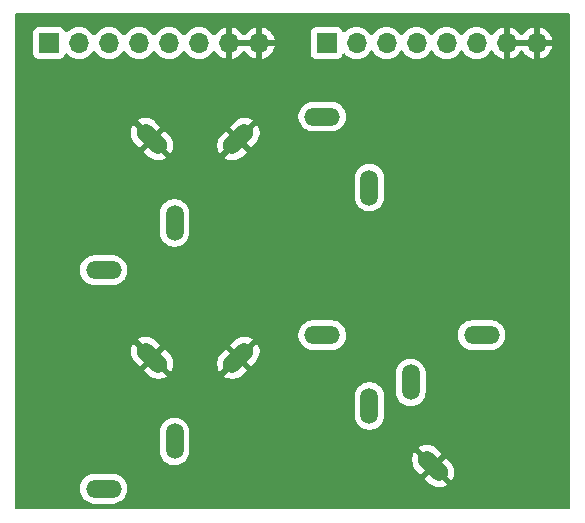
<source format=gtl>
%TF.GenerationSoftware,KiCad,Pcbnew,8.0.5*%
%TF.CreationDate,2024-12-03T21:43:17+01:00*%
%TF.ProjectId,DMH_Mixer_PCB_Conn,444d485f-4d69-4786-9572-5f5043425f43,1*%
%TF.SameCoordinates,Original*%
%TF.FileFunction,Copper,L1,Top*%
%TF.FilePolarity,Positive*%
%FSLAX46Y46*%
G04 Gerber Fmt 4.6, Leading zero omitted, Abs format (unit mm)*
G04 Created by KiCad (PCBNEW 8.0.5) date 2024-12-03 21:43:17*
%MOMM*%
%LPD*%
G01*
G04 APERTURE LIST*
G04 Aperture macros list*
%AMHorizOval*
0 Thick line with rounded ends*
0 $1 width*
0 $2 $3 position (X,Y) of the first rounded end (center of the circle)*
0 $4 $5 position (X,Y) of the second rounded end (center of the circle)*
0 Add line between two ends*
20,1,$1,$2,$3,$4,$5,0*
0 Add two circle primitives to create the rounded ends*
1,1,$1,$2,$3*
1,1,$1,$4,$5*%
G04 Aperture macros list end*
%TA.AperFunction,ComponentPad*%
%ADD10R,1.700000X1.700000*%
%TD*%
%TA.AperFunction,ComponentPad*%
%ADD11O,1.700000X1.700000*%
%TD*%
%TA.AperFunction,ComponentPad*%
%ADD12HorizOval,1.508000X-0.533159X-0.533159X0.533159X0.533159X0*%
%TD*%
%TA.AperFunction,ComponentPad*%
%ADD13O,1.508000X3.016000*%
%TD*%
%TA.AperFunction,ComponentPad*%
%ADD14O,3.016000X1.508000*%
%TD*%
%TA.AperFunction,ComponentPad*%
%ADD15HorizOval,1.508000X-0.533159X0.533159X0.533159X-0.533159X0*%
%TD*%
%TA.AperFunction,Conductor*%
%ADD16C,0.200000*%
%TD*%
G04 APERTURE END LIST*
D10*
%TO.P,J50,1,Pin_1*%
%TO.N,/Inputs and Outputs/Input 1 Jack*%
X77875000Y-177500000D03*
D11*
%TO.P,J50,2,Pin_2*%
%TO.N,/Inputs and Outputs/Input 2 Jack*%
X80415000Y-177500000D03*
%TO.P,J50,3,Pin_3*%
%TO.N,/Inputs and Outputs/Input 3 Jack*%
X82955000Y-177500000D03*
%TO.P,J50,4,Pin_4*%
%TO.N,/Inputs and Outputs/Input 4 Jack*%
X85495000Y-177500000D03*
%TO.P,J50,5,Pin_5*%
%TO.N,/Inputs and Outputs/Output Jack*%
X88035000Y-177500000D03*
%TO.P,J50,6,Pin_6*%
%TO.N,unconnected-(J50-Pin_6-Pad6)*%
X90575000Y-177500000D03*
%TO.P,J50,7,Pin_7*%
%TO.N,GND*%
X93115000Y-177500000D03*
%TO.P,J50,8,Pin_8*%
X95655000Y-177500000D03*
%TD*%
D12*
%TO.P,J4,S*%
%TO.N,GND*%
X70403810Y-204153810D03*
D13*
%TO.P,J4,T*%
%TO.N,/Inputs and Outputs/Input 4 Jack*%
X81500000Y-208250000D03*
D14*
%TO.P,J4,TN*%
%TO.N,Net-(J60-Pin_4)*%
X77500000Y-202250000D03*
%TD*%
D10*
%TO.P,J60,1,Pin_1*%
%TO.N,Net-(J60-Pin_1)*%
X54380000Y-177500000D03*
D11*
%TO.P,J60,2,Pin_2*%
%TO.N,Net-(J60-Pin_2)*%
X56920000Y-177500000D03*
%TO.P,J60,3,Pin_3*%
%TO.N,Net-(J60-Pin_3)*%
X59460000Y-177500000D03*
%TO.P,J60,4,Pin_4*%
%TO.N,Net-(J60-Pin_4)*%
X62000000Y-177500000D03*
%TO.P,J60,5,Pin_5*%
%TO.N,Net-(J60-Pin_5)*%
X64540000Y-177500000D03*
%TO.P,J60,6,Pin_6*%
%TO.N,unconnected-(J60-Pin_6-Pad6)*%
X67080000Y-177500000D03*
%TO.P,J60,7,Pin_7*%
%TO.N,GND*%
X69620000Y-177500000D03*
%TO.P,J60,8,Pin_8*%
X72160000Y-177500000D03*
%TD*%
D12*
%TO.P,J2,S*%
%TO.N,GND*%
X70403810Y-185653810D03*
D13*
%TO.P,J2,T*%
%TO.N,/Inputs and Outputs/Input 2 Jack*%
X81500000Y-189750000D03*
D14*
%TO.P,J2,TN*%
%TO.N,Net-(J60-Pin_2)*%
X77500000Y-183750000D03*
%TD*%
D15*
%TO.P,J1,S*%
%TO.N,GND*%
X63096190Y-185653810D03*
D14*
%TO.P,J1,T*%
%TO.N,/Inputs and Outputs/Input 1 Jack*%
X59000000Y-196750000D03*
D13*
%TO.P,J1,TN*%
%TO.N,Net-(J60-Pin_1)*%
X65000000Y-192750000D03*
%TD*%
D15*
%TO.P,J3,S*%
%TO.N,GND*%
X63096190Y-204153810D03*
D14*
%TO.P,J3,T*%
%TO.N,/Inputs and Outputs/Input 3 Jack*%
X59000000Y-215250000D03*
D13*
%TO.P,J3,TN*%
%TO.N,Net-(J60-Pin_3)*%
X65000000Y-211250000D03*
%TD*%
D15*
%TO.P,J5,S*%
%TO.N,GND*%
X86903810Y-213346190D03*
D14*
%TO.P,J5,T*%
%TO.N,/Inputs and Outputs/Output Jack*%
X91000000Y-202250000D03*
D13*
%TO.P,J5,TN*%
%TO.N,Net-(J60-Pin_5)*%
X85000000Y-206250000D03*
%TD*%
D16*
%TO.N,/Inputs and Outputs/Input 2 Jack*%
X80500000Y-177415000D02*
X80415000Y-177500000D01*
%TO.N,/Inputs and Outputs/Output Jack*%
X88310000Y-177500000D02*
X88035000Y-177500000D01*
%TO.N,/Inputs and Outputs/Input 4 Jack*%
X85495000Y-177065000D02*
X85495000Y-177500000D01*
%TD*%
%TA.AperFunction,Conductor*%
%TO.N,GND*%
G36*
X71694075Y-177307007D02*
G01*
X71660000Y-177434174D01*
X71660000Y-177565826D01*
X71694075Y-177692993D01*
X71726988Y-177750000D01*
X70053012Y-177750000D01*
X70085925Y-177692993D01*
X70120000Y-177565826D01*
X70120000Y-177434174D01*
X70085925Y-177307007D01*
X70053012Y-177250000D01*
X71726988Y-177250000D01*
X71694075Y-177307007D01*
G37*
%TD.AperFunction*%
%TA.AperFunction,Conductor*%
G36*
X95189075Y-177307007D02*
G01*
X95155000Y-177434174D01*
X95155000Y-177565826D01*
X95189075Y-177692993D01*
X95221988Y-177750000D01*
X93548012Y-177750000D01*
X93580925Y-177692993D01*
X93615000Y-177565826D01*
X93615000Y-177434174D01*
X93580925Y-177307007D01*
X93548012Y-177250000D01*
X95221988Y-177250000D01*
X95189075Y-177307007D01*
G37*
%TD.AperFunction*%
%TA.AperFunction,Conductor*%
G36*
X98442539Y-175020185D02*
G01*
X98488294Y-175072989D01*
X98499500Y-175124500D01*
X98499500Y-216875500D01*
X98479815Y-216942539D01*
X98427011Y-216988294D01*
X98375500Y-216999500D01*
X51624500Y-216999500D01*
X51557461Y-216979815D01*
X51511706Y-216927011D01*
X51500500Y-216875500D01*
X51500500Y-215151263D01*
X56991500Y-215151263D01*
X56991500Y-215348736D01*
X57022389Y-215543763D01*
X57083408Y-215731558D01*
X57083409Y-215731561D01*
X57173056Y-215907501D01*
X57173058Y-215907504D01*
X57289115Y-216067246D01*
X57428753Y-216206884D01*
X57578234Y-216315486D01*
X57588499Y-216322944D01*
X57764439Y-216412591D01*
X57889637Y-216453270D01*
X57952236Y-216473610D01*
X58147264Y-216504500D01*
X58147269Y-216504500D01*
X59852736Y-216504500D01*
X60047763Y-216473610D01*
X60235561Y-216412591D01*
X60411501Y-216322944D01*
X60501192Y-216257779D01*
X60571246Y-216206884D01*
X60571248Y-216206881D01*
X60571252Y-216206879D01*
X60710879Y-216067252D01*
X60710881Y-216067248D01*
X60710884Y-216067246D01*
X60761779Y-215997192D01*
X60826944Y-215907501D01*
X60916591Y-215731561D01*
X60977610Y-215543763D01*
X61008500Y-215348736D01*
X61008500Y-215151263D01*
X60977610Y-214956236D01*
X60957270Y-214893637D01*
X60916591Y-214768439D01*
X60826944Y-214592499D01*
X60786324Y-214536590D01*
X60710884Y-214432753D01*
X60571246Y-214293115D01*
X60411504Y-214177058D01*
X60411503Y-214177057D01*
X60411501Y-214177056D01*
X60235561Y-214087409D01*
X60235558Y-214087408D01*
X60047763Y-214026389D01*
X59852736Y-213995500D01*
X59852731Y-213995500D01*
X58147269Y-213995500D01*
X58147264Y-213995500D01*
X57952236Y-214026389D01*
X57764441Y-214087408D01*
X57588495Y-214177058D01*
X57428753Y-214293115D01*
X57289115Y-214432753D01*
X57173058Y-214592495D01*
X57083408Y-214768441D01*
X57022389Y-214956236D01*
X56991500Y-215151263D01*
X51500500Y-215151263D01*
X51500500Y-210397263D01*
X63745500Y-210397263D01*
X63745500Y-212102736D01*
X63776389Y-212297763D01*
X63837408Y-212485558D01*
X63837409Y-212485561D01*
X63914192Y-212636254D01*
X63927058Y-212661504D01*
X64043115Y-212821246D01*
X64182753Y-212960884D01*
X64322507Y-213062419D01*
X64342499Y-213076944D01*
X64518439Y-213166591D01*
X64643637Y-213207270D01*
X64706236Y-213227610D01*
X64901264Y-213258500D01*
X64901269Y-213258500D01*
X65098736Y-213258500D01*
X65293763Y-213227610D01*
X65310690Y-213222110D01*
X65481561Y-213166591D01*
X65657501Y-213076944D01*
X65773542Y-212992636D01*
X65817246Y-212960884D01*
X65817248Y-212960881D01*
X65817252Y-212960879D01*
X65956879Y-212821252D01*
X65956881Y-212821248D01*
X65956884Y-212821246D01*
X66007779Y-212751192D01*
X66034555Y-212714339D01*
X85116651Y-212714339D01*
X85116651Y-212911722D01*
X85147529Y-213106678D01*
X85208521Y-213294397D01*
X85208522Y-213294400D01*
X85298133Y-213470270D01*
X85414155Y-213629958D01*
X85414155Y-213629959D01*
X85840321Y-214056125D01*
X86373480Y-213522966D01*
X86727033Y-213876519D01*
X86193875Y-214409678D01*
X86620040Y-214835843D01*
X86779730Y-214951865D01*
X86779736Y-214951869D01*
X86955598Y-215041477D01*
X86955604Y-215041479D01*
X87143320Y-215102470D01*
X87143319Y-215102470D01*
X87338277Y-215133349D01*
X87535660Y-215133349D01*
X87730616Y-215102470D01*
X87918335Y-215041478D01*
X87918338Y-215041477D01*
X88094210Y-214951865D01*
X88129957Y-214925892D01*
X88129957Y-214925890D01*
X87563549Y-214359482D01*
X87627132Y-214342446D01*
X87741148Y-214276620D01*
X87834240Y-214183528D01*
X87900066Y-214069512D01*
X87917102Y-214005929D01*
X88483510Y-214572337D01*
X88483512Y-214572337D01*
X88509485Y-214536590D01*
X88599097Y-214360718D01*
X88599098Y-214360715D01*
X88660090Y-214172996D01*
X88690969Y-213978040D01*
X88690969Y-213780656D01*
X88660090Y-213585699D01*
X88599099Y-213397984D01*
X88599097Y-213397978D01*
X88509489Y-213222116D01*
X88509485Y-213222110D01*
X88393463Y-213062421D01*
X88393462Y-213062419D01*
X87967299Y-212636254D01*
X87967297Y-212636254D01*
X87434139Y-213169412D01*
X87080585Y-212815859D01*
X87613745Y-212282701D01*
X87187579Y-211856535D01*
X87027890Y-211740513D01*
X86852020Y-211650902D01*
X86852017Y-211650901D01*
X86664298Y-211589909D01*
X86469342Y-211559031D01*
X86271960Y-211559031D01*
X86077003Y-211589909D01*
X85889284Y-211650901D01*
X85889281Y-211650902D01*
X85713409Y-211740514D01*
X85677660Y-211766486D01*
X85677659Y-211766487D01*
X86244070Y-212332898D01*
X86180488Y-212349935D01*
X86066473Y-212415761D01*
X85973381Y-212508853D01*
X85907555Y-212622868D01*
X85890518Y-212686450D01*
X85324107Y-212120039D01*
X85324106Y-212120040D01*
X85298134Y-212155789D01*
X85208522Y-212331661D01*
X85208521Y-212331664D01*
X85147529Y-212519383D01*
X85116651Y-212714339D01*
X66034555Y-212714339D01*
X66072944Y-212661501D01*
X66162591Y-212485561D01*
X66223610Y-212297763D01*
X66225996Y-212282701D01*
X66254500Y-212102736D01*
X66254500Y-210397263D01*
X66223610Y-210202236D01*
X66182899Y-210076941D01*
X66162591Y-210014439D01*
X66072944Y-209838499D01*
X66060409Y-209821246D01*
X65956884Y-209678753D01*
X65817246Y-209539115D01*
X65657504Y-209423058D01*
X65657503Y-209423057D01*
X65657501Y-209423056D01*
X65481561Y-209333409D01*
X65481558Y-209333408D01*
X65293763Y-209272389D01*
X65098736Y-209241500D01*
X65098731Y-209241500D01*
X64901269Y-209241500D01*
X64901264Y-209241500D01*
X64706236Y-209272389D01*
X64518441Y-209333408D01*
X64342495Y-209423058D01*
X64182753Y-209539115D01*
X64043115Y-209678753D01*
X63927058Y-209838495D01*
X63837408Y-210014441D01*
X63776389Y-210202236D01*
X63745500Y-210397263D01*
X51500500Y-210397263D01*
X51500500Y-207397263D01*
X80245500Y-207397263D01*
X80245500Y-209102736D01*
X80276389Y-209297763D01*
X80337408Y-209485558D01*
X80337409Y-209485561D01*
X80364700Y-209539121D01*
X80427058Y-209661504D01*
X80543115Y-209821246D01*
X80682753Y-209960884D01*
X80832234Y-210069486D01*
X80842499Y-210076944D01*
X81018439Y-210166591D01*
X81128144Y-210202236D01*
X81206236Y-210227610D01*
X81401264Y-210258500D01*
X81401269Y-210258500D01*
X81598736Y-210258500D01*
X81793763Y-210227610D01*
X81981561Y-210166591D01*
X82157501Y-210076944D01*
X82247192Y-210011779D01*
X82317246Y-209960884D01*
X82317248Y-209960881D01*
X82317252Y-209960879D01*
X82456879Y-209821252D01*
X82456881Y-209821248D01*
X82456884Y-209821246D01*
X82507779Y-209751192D01*
X82572944Y-209661501D01*
X82662591Y-209485561D01*
X82723610Y-209297763D01*
X82732521Y-209241500D01*
X82754500Y-209102736D01*
X82754500Y-207397263D01*
X82723610Y-207202236D01*
X82691280Y-207102736D01*
X82662591Y-207014439D01*
X82572944Y-206838499D01*
X82565486Y-206828234D01*
X82456884Y-206678753D01*
X82317246Y-206539115D01*
X82157504Y-206423058D01*
X82157503Y-206423057D01*
X82157501Y-206423056D01*
X81981561Y-206333409D01*
X81981558Y-206333408D01*
X81793763Y-206272389D01*
X81598736Y-206241500D01*
X81598731Y-206241500D01*
X81401269Y-206241500D01*
X81401264Y-206241500D01*
X81206236Y-206272389D01*
X81018441Y-206333408D01*
X80842495Y-206423058D01*
X80682753Y-206539115D01*
X80543115Y-206678753D01*
X80427058Y-206838495D01*
X80337408Y-207014441D01*
X80276389Y-207202236D01*
X80245500Y-207397263D01*
X51500500Y-207397263D01*
X51500500Y-203521959D01*
X61309031Y-203521959D01*
X61309031Y-203719342D01*
X61339909Y-203914298D01*
X61400901Y-204102017D01*
X61400902Y-204102020D01*
X61490513Y-204277890D01*
X61606535Y-204437578D01*
X61606535Y-204437579D01*
X62032701Y-204863745D01*
X62565860Y-204330586D01*
X62919413Y-204684139D01*
X62386255Y-205217298D01*
X62812420Y-205643463D01*
X62972110Y-205759485D01*
X62972116Y-205759489D01*
X63147978Y-205849097D01*
X63147984Y-205849099D01*
X63335700Y-205910090D01*
X63335699Y-205910090D01*
X63530657Y-205940969D01*
X63728040Y-205940969D01*
X63922996Y-205910090D01*
X64110715Y-205849098D01*
X64110718Y-205849097D01*
X64286590Y-205759485D01*
X64322337Y-205733512D01*
X64322337Y-205733510D01*
X63755929Y-205167102D01*
X63819512Y-205150066D01*
X63933528Y-205084240D01*
X64026620Y-204991148D01*
X64092446Y-204877132D01*
X64109482Y-204813549D01*
X64675890Y-205379957D01*
X64675892Y-205379957D01*
X64701865Y-205344210D01*
X64791477Y-205168338D01*
X64791478Y-205168335D01*
X64852470Y-204980616D01*
X64883349Y-204785660D01*
X64883349Y-204588277D01*
X68616651Y-204588277D01*
X68616651Y-204785660D01*
X68647529Y-204980616D01*
X68708521Y-205168335D01*
X68708522Y-205168338D01*
X68798134Y-205344210D01*
X68824106Y-205379958D01*
X68824107Y-205379958D01*
X69390517Y-204813548D01*
X69407555Y-204877132D01*
X69473381Y-204991147D01*
X69566473Y-205084239D01*
X69680488Y-205150065D01*
X69744069Y-205167101D01*
X69177660Y-205733510D01*
X69177660Y-205733511D01*
X69213415Y-205759488D01*
X69389281Y-205849097D01*
X69389284Y-205849098D01*
X69577003Y-205910090D01*
X69771960Y-205940969D01*
X69969342Y-205940969D01*
X70164298Y-205910090D01*
X70352017Y-205849098D01*
X70352020Y-205849097D01*
X70527890Y-205759486D01*
X70687578Y-205643464D01*
X70687579Y-205643464D01*
X70933780Y-205397263D01*
X83745500Y-205397263D01*
X83745500Y-207102736D01*
X83776389Y-207297763D01*
X83808719Y-207397263D01*
X83837409Y-207485561D01*
X83927056Y-207661501D01*
X83927058Y-207661504D01*
X84043115Y-207821246D01*
X84182753Y-207960884D01*
X84332234Y-208069486D01*
X84342499Y-208076944D01*
X84518439Y-208166591D01*
X84643637Y-208207270D01*
X84706236Y-208227610D01*
X84901264Y-208258500D01*
X84901269Y-208258500D01*
X85098736Y-208258500D01*
X85293763Y-208227610D01*
X85481561Y-208166591D01*
X85657501Y-208076944D01*
X85747192Y-208011779D01*
X85817246Y-207960884D01*
X85817248Y-207960881D01*
X85817252Y-207960879D01*
X85956879Y-207821252D01*
X85956881Y-207821248D01*
X85956884Y-207821246D01*
X86007779Y-207751192D01*
X86072944Y-207661501D01*
X86162591Y-207485561D01*
X86223610Y-207297763D01*
X86238740Y-207202236D01*
X86254500Y-207102736D01*
X86254500Y-205397263D01*
X86223610Y-205202236D01*
X86203270Y-205139637D01*
X86162591Y-205014439D01*
X86072944Y-204838499D01*
X86008622Y-204749966D01*
X85956884Y-204678753D01*
X85817246Y-204539115D01*
X85657504Y-204423058D01*
X85657503Y-204423057D01*
X85657501Y-204423056D01*
X85481561Y-204333409D01*
X85481558Y-204333408D01*
X85293763Y-204272389D01*
X85098736Y-204241500D01*
X85098731Y-204241500D01*
X84901269Y-204241500D01*
X84901264Y-204241500D01*
X84706236Y-204272389D01*
X84518441Y-204333408D01*
X84342495Y-204423058D01*
X84182753Y-204539115D01*
X84043115Y-204678753D01*
X83927058Y-204838495D01*
X83837408Y-205014441D01*
X83776389Y-205202236D01*
X83745500Y-205397263D01*
X70933780Y-205397263D01*
X71113745Y-205217298D01*
X71113745Y-205217297D01*
X70580586Y-204684139D01*
X70934139Y-204330586D01*
X71467297Y-204863745D01*
X71893463Y-204437579D01*
X71893463Y-204437578D01*
X72009485Y-204277889D01*
X72009489Y-204277883D01*
X72099097Y-204102021D01*
X72099099Y-204102015D01*
X72160090Y-203914300D01*
X72190969Y-203719343D01*
X72190969Y-203521959D01*
X72160090Y-203327003D01*
X72099098Y-203139284D01*
X72099097Y-203139281D01*
X72009489Y-202963419D01*
X72009481Y-202963406D01*
X71983511Y-202927661D01*
X71983510Y-202927660D01*
X71417102Y-203494068D01*
X71400066Y-203430488D01*
X71334240Y-203316472D01*
X71241148Y-203223380D01*
X71127132Y-203157554D01*
X71063549Y-203140517D01*
X71629958Y-202574108D01*
X71594208Y-202548134D01*
X71418338Y-202458522D01*
X71418335Y-202458521D01*
X71230616Y-202397529D01*
X71035660Y-202366651D01*
X70838277Y-202366651D01*
X70643319Y-202397529D01*
X70455604Y-202458520D01*
X70455598Y-202458522D01*
X70279736Y-202548130D01*
X70279730Y-202548134D01*
X70120041Y-202664156D01*
X70120039Y-202664157D01*
X69693875Y-203090320D01*
X69693875Y-203090321D01*
X70227033Y-203623479D01*
X69873480Y-203977032D01*
X69340321Y-203443874D01*
X69340320Y-203443874D01*
X68914156Y-203870039D01*
X68914155Y-203870041D01*
X68798133Y-204029729D01*
X68708522Y-204205599D01*
X68708521Y-204205602D01*
X68647529Y-204393321D01*
X68616651Y-204588277D01*
X64883349Y-204588277D01*
X64883349Y-204588276D01*
X64852470Y-204393319D01*
X64791479Y-204205604D01*
X64791477Y-204205598D01*
X64701869Y-204029736D01*
X64701865Y-204029730D01*
X64585843Y-203870041D01*
X64585842Y-203870039D01*
X64159679Y-203443874D01*
X64159677Y-203443874D01*
X63626519Y-203977032D01*
X63272965Y-203623479D01*
X63806125Y-203090321D01*
X63379959Y-202664155D01*
X63220270Y-202548133D01*
X63044400Y-202458522D01*
X63044397Y-202458521D01*
X62856678Y-202397529D01*
X62661722Y-202366651D01*
X62464340Y-202366651D01*
X62269383Y-202397529D01*
X62081664Y-202458521D01*
X62081661Y-202458522D01*
X61905789Y-202548134D01*
X61870040Y-202574106D01*
X61870039Y-202574107D01*
X62436450Y-203140518D01*
X62372868Y-203157555D01*
X62258853Y-203223381D01*
X62165761Y-203316473D01*
X62099935Y-203430488D01*
X62082898Y-203494070D01*
X61516487Y-202927659D01*
X61516486Y-202927660D01*
X61490514Y-202963409D01*
X61400902Y-203139281D01*
X61400901Y-203139284D01*
X61339909Y-203327003D01*
X61309031Y-203521959D01*
X51500500Y-203521959D01*
X51500500Y-202151263D01*
X75491500Y-202151263D01*
X75491500Y-202348736D01*
X75522389Y-202543763D01*
X75561508Y-202664156D01*
X75583409Y-202731561D01*
X75673056Y-202907501D01*
X75673058Y-202907504D01*
X75789115Y-203067246D01*
X75928753Y-203206884D01*
X76078234Y-203315486D01*
X76088499Y-203322944D01*
X76264439Y-203412591D01*
X76360719Y-203443874D01*
X76452236Y-203473610D01*
X76647264Y-203504500D01*
X76647269Y-203504500D01*
X78352736Y-203504500D01*
X78547763Y-203473610D01*
X78735561Y-203412591D01*
X78911501Y-203322944D01*
X79048539Y-203223381D01*
X79071246Y-203206884D01*
X79071248Y-203206881D01*
X79071252Y-203206879D01*
X79210879Y-203067252D01*
X79210881Y-203067248D01*
X79210884Y-203067246D01*
X79261779Y-202997192D01*
X79326944Y-202907501D01*
X79416591Y-202731561D01*
X79477610Y-202543763D01*
X79491111Y-202458520D01*
X79508500Y-202348736D01*
X79508500Y-202151263D01*
X88991500Y-202151263D01*
X88991500Y-202348736D01*
X89022389Y-202543763D01*
X89061508Y-202664156D01*
X89083409Y-202731561D01*
X89173056Y-202907501D01*
X89173058Y-202907504D01*
X89289115Y-203067246D01*
X89428753Y-203206884D01*
X89578234Y-203315486D01*
X89588499Y-203322944D01*
X89764439Y-203412591D01*
X89860719Y-203443874D01*
X89952236Y-203473610D01*
X90147264Y-203504500D01*
X90147269Y-203504500D01*
X91852736Y-203504500D01*
X92047763Y-203473610D01*
X92235561Y-203412591D01*
X92411501Y-203322944D01*
X92548539Y-203223381D01*
X92571246Y-203206884D01*
X92571248Y-203206881D01*
X92571252Y-203206879D01*
X92710879Y-203067252D01*
X92710881Y-203067248D01*
X92710884Y-203067246D01*
X92761779Y-202997192D01*
X92826944Y-202907501D01*
X92916591Y-202731561D01*
X92977610Y-202543763D01*
X92991111Y-202458520D01*
X93008500Y-202348736D01*
X93008500Y-202151263D01*
X92977610Y-201956236D01*
X92957270Y-201893637D01*
X92916591Y-201768439D01*
X92826944Y-201592499D01*
X92819486Y-201582234D01*
X92710884Y-201432753D01*
X92571246Y-201293115D01*
X92411504Y-201177058D01*
X92411503Y-201177057D01*
X92411501Y-201177056D01*
X92235561Y-201087409D01*
X92235558Y-201087408D01*
X92047763Y-201026389D01*
X91852736Y-200995500D01*
X91852731Y-200995500D01*
X90147269Y-200995500D01*
X90147264Y-200995500D01*
X89952236Y-201026389D01*
X89764441Y-201087408D01*
X89588495Y-201177058D01*
X89428753Y-201293115D01*
X89289115Y-201432753D01*
X89173058Y-201592495D01*
X89083408Y-201768441D01*
X89022389Y-201956236D01*
X88991500Y-202151263D01*
X79508500Y-202151263D01*
X79477610Y-201956236D01*
X79457270Y-201893637D01*
X79416591Y-201768439D01*
X79326944Y-201592499D01*
X79319486Y-201582234D01*
X79210884Y-201432753D01*
X79071246Y-201293115D01*
X78911504Y-201177058D01*
X78911503Y-201177057D01*
X78911501Y-201177056D01*
X78735561Y-201087409D01*
X78735558Y-201087408D01*
X78547763Y-201026389D01*
X78352736Y-200995500D01*
X78352731Y-200995500D01*
X76647269Y-200995500D01*
X76647264Y-200995500D01*
X76452236Y-201026389D01*
X76264441Y-201087408D01*
X76088495Y-201177058D01*
X75928753Y-201293115D01*
X75789115Y-201432753D01*
X75673058Y-201592495D01*
X75583408Y-201768441D01*
X75522389Y-201956236D01*
X75491500Y-202151263D01*
X51500500Y-202151263D01*
X51500500Y-196651263D01*
X56991500Y-196651263D01*
X56991500Y-196848736D01*
X57022389Y-197043763D01*
X57083408Y-197231558D01*
X57083409Y-197231561D01*
X57173056Y-197407501D01*
X57173058Y-197407504D01*
X57289115Y-197567246D01*
X57428753Y-197706884D01*
X57578234Y-197815486D01*
X57588499Y-197822944D01*
X57764439Y-197912591D01*
X57889637Y-197953270D01*
X57952236Y-197973610D01*
X58147264Y-198004500D01*
X58147269Y-198004500D01*
X59852736Y-198004500D01*
X60047763Y-197973610D01*
X60235561Y-197912591D01*
X60411501Y-197822944D01*
X60501192Y-197757779D01*
X60571246Y-197706884D01*
X60571248Y-197706881D01*
X60571252Y-197706879D01*
X60710879Y-197567252D01*
X60710881Y-197567248D01*
X60710884Y-197567246D01*
X60761779Y-197497192D01*
X60826944Y-197407501D01*
X60916591Y-197231561D01*
X60977610Y-197043763D01*
X61008500Y-196848736D01*
X61008500Y-196651263D01*
X60977610Y-196456236D01*
X60957270Y-196393637D01*
X60916591Y-196268439D01*
X60826944Y-196092499D01*
X60819486Y-196082234D01*
X60710884Y-195932753D01*
X60571246Y-195793115D01*
X60411504Y-195677058D01*
X60411503Y-195677057D01*
X60411501Y-195677056D01*
X60235561Y-195587409D01*
X60235558Y-195587408D01*
X60047763Y-195526389D01*
X59852736Y-195495500D01*
X59852731Y-195495500D01*
X58147269Y-195495500D01*
X58147264Y-195495500D01*
X57952236Y-195526389D01*
X57764441Y-195587408D01*
X57588495Y-195677058D01*
X57428753Y-195793115D01*
X57289115Y-195932753D01*
X57173058Y-196092495D01*
X57083408Y-196268441D01*
X57022389Y-196456236D01*
X56991500Y-196651263D01*
X51500500Y-196651263D01*
X51500500Y-191897263D01*
X63745500Y-191897263D01*
X63745500Y-193602736D01*
X63776389Y-193797763D01*
X63837408Y-193985558D01*
X63837409Y-193985561D01*
X63927056Y-194161501D01*
X63927058Y-194161504D01*
X64043115Y-194321246D01*
X64182753Y-194460884D01*
X64332234Y-194569486D01*
X64342499Y-194576944D01*
X64518439Y-194666591D01*
X64643637Y-194707270D01*
X64706236Y-194727610D01*
X64901264Y-194758500D01*
X64901269Y-194758500D01*
X65098736Y-194758500D01*
X65293763Y-194727610D01*
X65481561Y-194666591D01*
X65657501Y-194576944D01*
X65747192Y-194511779D01*
X65817246Y-194460884D01*
X65817248Y-194460881D01*
X65817252Y-194460879D01*
X65956879Y-194321252D01*
X65956881Y-194321248D01*
X65956884Y-194321246D01*
X66007779Y-194251192D01*
X66072944Y-194161501D01*
X66162591Y-193985561D01*
X66223610Y-193797763D01*
X66254500Y-193602736D01*
X66254500Y-191897263D01*
X66223610Y-191702236D01*
X66182899Y-191576941D01*
X66162591Y-191514439D01*
X66072944Y-191338499D01*
X66060409Y-191321246D01*
X65956884Y-191178753D01*
X65817246Y-191039115D01*
X65657504Y-190923058D01*
X65657503Y-190923057D01*
X65657501Y-190923056D01*
X65481561Y-190833409D01*
X65481558Y-190833408D01*
X65293763Y-190772389D01*
X65098736Y-190741500D01*
X65098731Y-190741500D01*
X64901269Y-190741500D01*
X64901264Y-190741500D01*
X64706236Y-190772389D01*
X64518441Y-190833408D01*
X64342495Y-190923058D01*
X64182753Y-191039115D01*
X64043115Y-191178753D01*
X63927058Y-191338495D01*
X63837408Y-191514441D01*
X63776389Y-191702236D01*
X63745500Y-191897263D01*
X51500500Y-191897263D01*
X51500500Y-188897263D01*
X80245500Y-188897263D01*
X80245500Y-190602736D01*
X80276389Y-190797763D01*
X80337408Y-190985558D01*
X80337409Y-190985561D01*
X80364700Y-191039121D01*
X80427058Y-191161504D01*
X80543115Y-191321246D01*
X80682753Y-191460884D01*
X80832234Y-191569486D01*
X80842499Y-191576944D01*
X81018439Y-191666591D01*
X81128144Y-191702236D01*
X81206236Y-191727610D01*
X81401264Y-191758500D01*
X81401269Y-191758500D01*
X81598736Y-191758500D01*
X81793763Y-191727610D01*
X81981561Y-191666591D01*
X82157501Y-191576944D01*
X82247192Y-191511779D01*
X82317246Y-191460884D01*
X82317248Y-191460881D01*
X82317252Y-191460879D01*
X82456879Y-191321252D01*
X82456881Y-191321248D01*
X82456884Y-191321246D01*
X82507779Y-191251192D01*
X82572944Y-191161501D01*
X82662591Y-190985561D01*
X82723610Y-190797763D01*
X82732521Y-190741500D01*
X82754500Y-190602736D01*
X82754500Y-188897263D01*
X82723610Y-188702236D01*
X82703270Y-188639637D01*
X82662591Y-188514439D01*
X82572944Y-188338499D01*
X82565486Y-188328234D01*
X82456884Y-188178753D01*
X82317246Y-188039115D01*
X82157504Y-187923058D01*
X82157503Y-187923057D01*
X82157501Y-187923056D01*
X81981561Y-187833409D01*
X81981558Y-187833408D01*
X81793763Y-187772389D01*
X81598736Y-187741500D01*
X81598731Y-187741500D01*
X81401269Y-187741500D01*
X81401264Y-187741500D01*
X81206236Y-187772389D01*
X81018441Y-187833408D01*
X80842495Y-187923058D01*
X80682753Y-188039115D01*
X80543115Y-188178753D01*
X80427058Y-188338495D01*
X80337408Y-188514441D01*
X80276389Y-188702236D01*
X80245500Y-188897263D01*
X51500500Y-188897263D01*
X51500500Y-185021959D01*
X61309031Y-185021959D01*
X61309031Y-185219342D01*
X61339909Y-185414298D01*
X61400901Y-185602017D01*
X61400902Y-185602020D01*
X61490513Y-185777890D01*
X61606535Y-185937578D01*
X61606535Y-185937579D01*
X62032701Y-186363745D01*
X62565860Y-185830586D01*
X62919413Y-186184139D01*
X62386255Y-186717298D01*
X62812420Y-187143463D01*
X62972110Y-187259485D01*
X62972116Y-187259489D01*
X63147978Y-187349097D01*
X63147984Y-187349099D01*
X63335700Y-187410090D01*
X63335699Y-187410090D01*
X63530657Y-187440969D01*
X63728040Y-187440969D01*
X63922996Y-187410090D01*
X64110715Y-187349098D01*
X64110718Y-187349097D01*
X64286590Y-187259485D01*
X64322337Y-187233512D01*
X64322337Y-187233510D01*
X63755929Y-186667102D01*
X63819512Y-186650066D01*
X63933528Y-186584240D01*
X64026620Y-186491148D01*
X64092446Y-186377132D01*
X64109482Y-186313549D01*
X64675890Y-186879957D01*
X64675892Y-186879957D01*
X64701865Y-186844210D01*
X64791477Y-186668338D01*
X64791478Y-186668335D01*
X64852470Y-186480616D01*
X64883349Y-186285660D01*
X64883349Y-186088277D01*
X68616651Y-186088277D01*
X68616651Y-186285660D01*
X68647529Y-186480616D01*
X68708521Y-186668335D01*
X68708522Y-186668338D01*
X68798134Y-186844210D01*
X68824106Y-186879958D01*
X68824107Y-186879958D01*
X69390517Y-186313548D01*
X69407555Y-186377132D01*
X69473381Y-186491147D01*
X69566473Y-186584239D01*
X69680488Y-186650065D01*
X69744069Y-186667101D01*
X69177660Y-187233510D01*
X69177660Y-187233511D01*
X69213415Y-187259488D01*
X69389281Y-187349097D01*
X69389284Y-187349098D01*
X69577003Y-187410090D01*
X69771960Y-187440969D01*
X69969342Y-187440969D01*
X70164298Y-187410090D01*
X70352017Y-187349098D01*
X70352020Y-187349097D01*
X70527890Y-187259486D01*
X70687578Y-187143464D01*
X70687579Y-187143464D01*
X71113745Y-186717298D01*
X71113745Y-186717297D01*
X70580586Y-186184139D01*
X70934139Y-185830586D01*
X71467297Y-186363745D01*
X71893463Y-185937579D01*
X71893463Y-185937578D01*
X72009485Y-185777889D01*
X72009489Y-185777883D01*
X72099097Y-185602021D01*
X72099099Y-185602015D01*
X72160090Y-185414300D01*
X72190969Y-185219343D01*
X72190969Y-185021959D01*
X72160090Y-184827003D01*
X72099098Y-184639284D01*
X72099097Y-184639281D01*
X72009489Y-184463419D01*
X72009481Y-184463406D01*
X71983511Y-184427661D01*
X71983510Y-184427660D01*
X71417102Y-184994068D01*
X71400066Y-184930488D01*
X71334240Y-184816472D01*
X71241148Y-184723380D01*
X71127132Y-184657554D01*
X71063549Y-184640517D01*
X71629958Y-184074108D01*
X71594208Y-184048134D01*
X71418338Y-183958522D01*
X71418335Y-183958521D01*
X71230616Y-183897529D01*
X71035660Y-183866651D01*
X70838277Y-183866651D01*
X70643319Y-183897529D01*
X70455604Y-183958520D01*
X70455598Y-183958522D01*
X70279736Y-184048130D01*
X70279730Y-184048134D01*
X70120041Y-184164156D01*
X70120039Y-184164157D01*
X69693875Y-184590320D01*
X69693875Y-184590321D01*
X70227033Y-185123479D01*
X69873480Y-185477032D01*
X69340321Y-184943874D01*
X69340320Y-184943874D01*
X68914156Y-185370039D01*
X68914155Y-185370041D01*
X68798133Y-185529729D01*
X68708522Y-185705599D01*
X68708521Y-185705602D01*
X68647529Y-185893321D01*
X68616651Y-186088277D01*
X64883349Y-186088277D01*
X64883349Y-186088276D01*
X64852470Y-185893319D01*
X64791479Y-185705604D01*
X64791477Y-185705598D01*
X64701869Y-185529736D01*
X64701865Y-185529730D01*
X64585843Y-185370041D01*
X64585842Y-185370039D01*
X64159679Y-184943874D01*
X64159677Y-184943874D01*
X63626519Y-185477032D01*
X63272965Y-185123479D01*
X63806125Y-184590321D01*
X63379959Y-184164155D01*
X63220270Y-184048133D01*
X63044400Y-183958522D01*
X63044397Y-183958521D01*
X62856678Y-183897529D01*
X62661722Y-183866651D01*
X62464340Y-183866651D01*
X62269383Y-183897529D01*
X62081664Y-183958521D01*
X62081661Y-183958522D01*
X61905789Y-184048134D01*
X61870040Y-184074106D01*
X61870039Y-184074107D01*
X62436450Y-184640518D01*
X62372868Y-184657555D01*
X62258853Y-184723381D01*
X62165761Y-184816473D01*
X62099935Y-184930488D01*
X62082898Y-184994070D01*
X61516487Y-184427659D01*
X61516486Y-184427660D01*
X61490514Y-184463409D01*
X61400902Y-184639281D01*
X61400901Y-184639284D01*
X61339909Y-184827003D01*
X61309031Y-185021959D01*
X51500500Y-185021959D01*
X51500500Y-183651263D01*
X75491500Y-183651263D01*
X75491500Y-183848736D01*
X75522389Y-184043763D01*
X75561508Y-184164156D01*
X75583409Y-184231561D01*
X75673056Y-184407501D01*
X75673058Y-184407504D01*
X75789115Y-184567246D01*
X75928753Y-184706884D01*
X76078234Y-184815486D01*
X76088499Y-184822944D01*
X76264439Y-184912591D01*
X76360719Y-184943874D01*
X76452236Y-184973610D01*
X76647264Y-185004500D01*
X76647269Y-185004500D01*
X78352736Y-185004500D01*
X78547763Y-184973610D01*
X78735561Y-184912591D01*
X78911501Y-184822944D01*
X79048539Y-184723381D01*
X79071246Y-184706884D01*
X79071248Y-184706881D01*
X79071252Y-184706879D01*
X79210879Y-184567252D01*
X79210881Y-184567248D01*
X79210884Y-184567246D01*
X79261779Y-184497192D01*
X79326944Y-184407501D01*
X79416591Y-184231561D01*
X79477610Y-184043763D01*
X79491111Y-183958520D01*
X79508500Y-183848736D01*
X79508500Y-183651263D01*
X79477610Y-183456236D01*
X79457270Y-183393637D01*
X79416591Y-183268439D01*
X79326944Y-183092499D01*
X79319486Y-183082234D01*
X79210884Y-182932753D01*
X79071246Y-182793115D01*
X78911504Y-182677058D01*
X78911503Y-182677057D01*
X78911501Y-182677056D01*
X78735561Y-182587409D01*
X78735558Y-182587408D01*
X78547763Y-182526389D01*
X78352736Y-182495500D01*
X78352731Y-182495500D01*
X76647269Y-182495500D01*
X76647264Y-182495500D01*
X76452236Y-182526389D01*
X76264441Y-182587408D01*
X76088495Y-182677058D01*
X75928753Y-182793115D01*
X75789115Y-182932753D01*
X75673058Y-183092495D01*
X75583408Y-183268441D01*
X75522389Y-183456236D01*
X75491500Y-183651263D01*
X51500500Y-183651263D01*
X51500500Y-176602135D01*
X53029500Y-176602135D01*
X53029500Y-178397870D01*
X53029501Y-178397876D01*
X53035908Y-178457483D01*
X53086202Y-178592328D01*
X53086206Y-178592335D01*
X53172452Y-178707544D01*
X53172455Y-178707547D01*
X53287664Y-178793793D01*
X53287671Y-178793797D01*
X53422517Y-178844091D01*
X53422516Y-178844091D01*
X53429444Y-178844835D01*
X53482127Y-178850500D01*
X55277872Y-178850499D01*
X55337483Y-178844091D01*
X55472331Y-178793796D01*
X55587546Y-178707546D01*
X55673796Y-178592331D01*
X55722810Y-178460916D01*
X55764681Y-178404984D01*
X55830145Y-178380566D01*
X55898418Y-178395417D01*
X55926673Y-178416569D01*
X56048599Y-178538495D01*
X56145384Y-178606265D01*
X56242165Y-178674032D01*
X56242167Y-178674033D01*
X56242170Y-178674035D01*
X56456337Y-178773903D01*
X56684592Y-178835063D01*
X56861034Y-178850500D01*
X56919999Y-178855659D01*
X56920000Y-178855659D01*
X56920001Y-178855659D01*
X56978966Y-178850500D01*
X57155408Y-178835063D01*
X57383663Y-178773903D01*
X57597830Y-178674035D01*
X57791401Y-178538495D01*
X57958495Y-178371401D01*
X58088425Y-178185842D01*
X58143002Y-178142217D01*
X58212500Y-178135023D01*
X58274855Y-178166546D01*
X58291575Y-178185842D01*
X58421281Y-178371082D01*
X58421505Y-178371401D01*
X58588599Y-178538495D01*
X58685384Y-178606265D01*
X58782165Y-178674032D01*
X58782167Y-178674033D01*
X58782170Y-178674035D01*
X58996337Y-178773903D01*
X59224592Y-178835063D01*
X59401034Y-178850500D01*
X59459999Y-178855659D01*
X59460000Y-178855659D01*
X59460001Y-178855659D01*
X59518966Y-178850500D01*
X59695408Y-178835063D01*
X59923663Y-178773903D01*
X60137830Y-178674035D01*
X60331401Y-178538495D01*
X60498495Y-178371401D01*
X60628425Y-178185842D01*
X60683002Y-178142217D01*
X60752500Y-178135023D01*
X60814855Y-178166546D01*
X60831575Y-178185842D01*
X60961281Y-178371082D01*
X60961505Y-178371401D01*
X61128599Y-178538495D01*
X61225384Y-178606265D01*
X61322165Y-178674032D01*
X61322167Y-178674033D01*
X61322170Y-178674035D01*
X61536337Y-178773903D01*
X61764592Y-178835063D01*
X61941034Y-178850500D01*
X61999999Y-178855659D01*
X62000000Y-178855659D01*
X62000001Y-178855659D01*
X62058966Y-178850500D01*
X62235408Y-178835063D01*
X62463663Y-178773903D01*
X62677830Y-178674035D01*
X62871401Y-178538495D01*
X63038495Y-178371401D01*
X63168425Y-178185842D01*
X63223002Y-178142217D01*
X63292500Y-178135023D01*
X63354855Y-178166546D01*
X63371575Y-178185842D01*
X63501281Y-178371082D01*
X63501505Y-178371401D01*
X63668599Y-178538495D01*
X63765384Y-178606265D01*
X63862165Y-178674032D01*
X63862167Y-178674033D01*
X63862170Y-178674035D01*
X64076337Y-178773903D01*
X64304592Y-178835063D01*
X64481034Y-178850500D01*
X64539999Y-178855659D01*
X64540000Y-178855659D01*
X64540001Y-178855659D01*
X64598966Y-178850500D01*
X64775408Y-178835063D01*
X65003663Y-178773903D01*
X65217830Y-178674035D01*
X65411401Y-178538495D01*
X65578495Y-178371401D01*
X65708425Y-178185842D01*
X65763002Y-178142217D01*
X65832500Y-178135023D01*
X65894855Y-178166546D01*
X65911575Y-178185842D01*
X66041281Y-178371082D01*
X66041505Y-178371401D01*
X66208599Y-178538495D01*
X66305384Y-178606265D01*
X66402165Y-178674032D01*
X66402167Y-178674033D01*
X66402170Y-178674035D01*
X66616337Y-178773903D01*
X66844592Y-178835063D01*
X67021034Y-178850500D01*
X67079999Y-178855659D01*
X67080000Y-178855659D01*
X67080001Y-178855659D01*
X67138966Y-178850500D01*
X67315408Y-178835063D01*
X67543663Y-178773903D01*
X67757830Y-178674035D01*
X67951401Y-178538495D01*
X68118495Y-178371401D01*
X68248730Y-178185405D01*
X68303307Y-178141781D01*
X68372805Y-178134587D01*
X68435160Y-178166110D01*
X68451879Y-178185405D01*
X68581890Y-178371078D01*
X68748917Y-178538105D01*
X68942421Y-178673600D01*
X69156507Y-178773429D01*
X69156516Y-178773433D01*
X69370000Y-178830634D01*
X69370000Y-177933012D01*
X69427007Y-177965925D01*
X69554174Y-178000000D01*
X69685826Y-178000000D01*
X69812993Y-177965925D01*
X69870000Y-177933012D01*
X69870000Y-178830633D01*
X70083483Y-178773433D01*
X70083492Y-178773429D01*
X70297578Y-178673600D01*
X70491082Y-178538105D01*
X70658105Y-178371082D01*
X70788425Y-178184968D01*
X70843002Y-178141344D01*
X70912501Y-178134151D01*
X70974855Y-178165673D01*
X70991575Y-178184968D01*
X71121894Y-178371082D01*
X71288917Y-178538105D01*
X71482421Y-178673600D01*
X71696507Y-178773429D01*
X71696516Y-178773433D01*
X71910000Y-178830634D01*
X71910000Y-177933012D01*
X71967007Y-177965925D01*
X72094174Y-178000000D01*
X72225826Y-178000000D01*
X72352993Y-177965925D01*
X72410000Y-177933012D01*
X72410000Y-178830633D01*
X72623483Y-178773433D01*
X72623492Y-178773429D01*
X72837578Y-178673600D01*
X73031082Y-178538105D01*
X73198105Y-178371082D01*
X73333600Y-178177578D01*
X73433429Y-177963492D01*
X73433432Y-177963486D01*
X73490636Y-177750000D01*
X72593012Y-177750000D01*
X72625925Y-177692993D01*
X72660000Y-177565826D01*
X72660000Y-177434174D01*
X72625925Y-177307007D01*
X72593012Y-177250000D01*
X73490636Y-177250000D01*
X73490635Y-177249999D01*
X73433432Y-177036513D01*
X73433429Y-177036507D01*
X73333600Y-176822422D01*
X73333599Y-176822420D01*
X73198113Y-176628926D01*
X73198108Y-176628920D01*
X73171323Y-176602135D01*
X76524500Y-176602135D01*
X76524500Y-178397870D01*
X76524501Y-178397876D01*
X76530908Y-178457483D01*
X76581202Y-178592328D01*
X76581206Y-178592335D01*
X76667452Y-178707544D01*
X76667455Y-178707547D01*
X76782664Y-178793793D01*
X76782671Y-178793797D01*
X76917517Y-178844091D01*
X76917516Y-178844091D01*
X76924444Y-178844835D01*
X76977127Y-178850500D01*
X78772872Y-178850499D01*
X78832483Y-178844091D01*
X78967331Y-178793796D01*
X79082546Y-178707546D01*
X79168796Y-178592331D01*
X79217810Y-178460916D01*
X79259681Y-178404984D01*
X79325145Y-178380566D01*
X79393418Y-178395417D01*
X79421673Y-178416569D01*
X79543599Y-178538495D01*
X79640384Y-178606265D01*
X79737165Y-178674032D01*
X79737167Y-178674033D01*
X79737170Y-178674035D01*
X79951337Y-178773903D01*
X80179592Y-178835063D01*
X80356034Y-178850500D01*
X80414999Y-178855659D01*
X80415000Y-178855659D01*
X80415001Y-178855659D01*
X80473966Y-178850500D01*
X80650408Y-178835063D01*
X80878663Y-178773903D01*
X81092830Y-178674035D01*
X81286401Y-178538495D01*
X81453495Y-178371401D01*
X81583425Y-178185842D01*
X81638002Y-178142217D01*
X81707500Y-178135023D01*
X81769855Y-178166546D01*
X81786575Y-178185842D01*
X81916281Y-178371082D01*
X81916505Y-178371401D01*
X82083599Y-178538495D01*
X82180384Y-178606265D01*
X82277165Y-178674032D01*
X82277167Y-178674033D01*
X82277170Y-178674035D01*
X82491337Y-178773903D01*
X82719592Y-178835063D01*
X82896034Y-178850500D01*
X82954999Y-178855659D01*
X82955000Y-178855659D01*
X82955001Y-178855659D01*
X83013966Y-178850500D01*
X83190408Y-178835063D01*
X83418663Y-178773903D01*
X83632830Y-178674035D01*
X83826401Y-178538495D01*
X83993495Y-178371401D01*
X84123425Y-178185842D01*
X84178002Y-178142217D01*
X84247500Y-178135023D01*
X84309855Y-178166546D01*
X84326575Y-178185842D01*
X84456281Y-178371082D01*
X84456505Y-178371401D01*
X84623599Y-178538495D01*
X84720384Y-178606265D01*
X84817165Y-178674032D01*
X84817167Y-178674033D01*
X84817170Y-178674035D01*
X85031337Y-178773903D01*
X85259592Y-178835063D01*
X85436034Y-178850500D01*
X85494999Y-178855659D01*
X85495000Y-178855659D01*
X85495001Y-178855659D01*
X85553966Y-178850500D01*
X85730408Y-178835063D01*
X85958663Y-178773903D01*
X86172830Y-178674035D01*
X86366401Y-178538495D01*
X86533495Y-178371401D01*
X86663425Y-178185842D01*
X86718002Y-178142217D01*
X86787500Y-178135023D01*
X86849855Y-178166546D01*
X86866575Y-178185842D01*
X86996281Y-178371082D01*
X86996505Y-178371401D01*
X87163599Y-178538495D01*
X87260384Y-178606265D01*
X87357165Y-178674032D01*
X87357167Y-178674033D01*
X87357170Y-178674035D01*
X87571337Y-178773903D01*
X87799592Y-178835063D01*
X87976034Y-178850500D01*
X88034999Y-178855659D01*
X88035000Y-178855659D01*
X88035001Y-178855659D01*
X88093966Y-178850500D01*
X88270408Y-178835063D01*
X88498663Y-178773903D01*
X88712830Y-178674035D01*
X88906401Y-178538495D01*
X89073495Y-178371401D01*
X89203425Y-178185842D01*
X89258002Y-178142217D01*
X89327500Y-178135023D01*
X89389855Y-178166546D01*
X89406575Y-178185842D01*
X89536281Y-178371082D01*
X89536505Y-178371401D01*
X89703599Y-178538495D01*
X89800384Y-178606265D01*
X89897165Y-178674032D01*
X89897167Y-178674033D01*
X89897170Y-178674035D01*
X90111337Y-178773903D01*
X90339592Y-178835063D01*
X90516034Y-178850500D01*
X90574999Y-178855659D01*
X90575000Y-178855659D01*
X90575001Y-178855659D01*
X90633966Y-178850500D01*
X90810408Y-178835063D01*
X91038663Y-178773903D01*
X91252830Y-178674035D01*
X91446401Y-178538495D01*
X91613495Y-178371401D01*
X91743730Y-178185405D01*
X91798307Y-178141781D01*
X91867805Y-178134587D01*
X91930160Y-178166110D01*
X91946879Y-178185405D01*
X92076890Y-178371078D01*
X92243917Y-178538105D01*
X92437421Y-178673600D01*
X92651507Y-178773429D01*
X92651516Y-178773433D01*
X92865000Y-178830634D01*
X92865000Y-177933012D01*
X92922007Y-177965925D01*
X93049174Y-178000000D01*
X93180826Y-178000000D01*
X93307993Y-177965925D01*
X93365000Y-177933012D01*
X93365000Y-178830633D01*
X93578483Y-178773433D01*
X93578492Y-178773429D01*
X93792578Y-178673600D01*
X93986082Y-178538105D01*
X94153105Y-178371082D01*
X94283425Y-178184968D01*
X94338002Y-178141344D01*
X94407501Y-178134151D01*
X94469855Y-178165673D01*
X94486575Y-178184968D01*
X94616894Y-178371082D01*
X94783917Y-178538105D01*
X94977421Y-178673600D01*
X95191507Y-178773429D01*
X95191516Y-178773433D01*
X95405000Y-178830634D01*
X95405000Y-177933012D01*
X95462007Y-177965925D01*
X95589174Y-178000000D01*
X95720826Y-178000000D01*
X95847993Y-177965925D01*
X95905000Y-177933012D01*
X95905000Y-178830633D01*
X96118483Y-178773433D01*
X96118492Y-178773429D01*
X96332578Y-178673600D01*
X96526082Y-178538105D01*
X96693105Y-178371082D01*
X96828600Y-178177578D01*
X96928429Y-177963492D01*
X96928432Y-177963486D01*
X96985636Y-177750000D01*
X96088012Y-177750000D01*
X96120925Y-177692993D01*
X96155000Y-177565826D01*
X96155000Y-177434174D01*
X96120925Y-177307007D01*
X96088012Y-177250000D01*
X96985636Y-177250000D01*
X96985635Y-177249999D01*
X96928432Y-177036513D01*
X96928429Y-177036507D01*
X96828600Y-176822422D01*
X96828599Y-176822420D01*
X96693113Y-176628926D01*
X96693108Y-176628920D01*
X96526082Y-176461894D01*
X96332578Y-176326399D01*
X96118492Y-176226570D01*
X96118486Y-176226567D01*
X95905000Y-176169364D01*
X95905000Y-177066988D01*
X95847993Y-177034075D01*
X95720826Y-177000000D01*
X95589174Y-177000000D01*
X95462007Y-177034075D01*
X95405000Y-177066988D01*
X95405000Y-176169364D01*
X95404999Y-176169364D01*
X95191513Y-176226567D01*
X95191507Y-176226570D01*
X94977422Y-176326399D01*
X94977420Y-176326400D01*
X94783926Y-176461886D01*
X94783920Y-176461891D01*
X94616891Y-176628920D01*
X94616890Y-176628922D01*
X94486575Y-176815031D01*
X94431998Y-176858655D01*
X94362499Y-176865848D01*
X94300145Y-176834326D01*
X94283425Y-176815031D01*
X94153109Y-176628922D01*
X94153108Y-176628920D01*
X93986082Y-176461894D01*
X93792578Y-176326399D01*
X93578492Y-176226570D01*
X93578486Y-176226567D01*
X93365000Y-176169364D01*
X93365000Y-177066988D01*
X93307993Y-177034075D01*
X93180826Y-177000000D01*
X93049174Y-177000000D01*
X92922007Y-177034075D01*
X92865000Y-177066988D01*
X92865000Y-176169364D01*
X92864999Y-176169364D01*
X92651513Y-176226567D01*
X92651507Y-176226570D01*
X92437422Y-176326399D01*
X92437420Y-176326400D01*
X92243926Y-176461886D01*
X92243920Y-176461891D01*
X92076891Y-176628920D01*
X92076890Y-176628922D01*
X91946880Y-176814595D01*
X91892303Y-176858219D01*
X91822804Y-176865412D01*
X91760450Y-176833890D01*
X91743730Y-176814594D01*
X91613494Y-176628597D01*
X91446402Y-176461506D01*
X91446395Y-176461501D01*
X91252834Y-176325967D01*
X91252830Y-176325965D01*
X91252828Y-176325964D01*
X91038663Y-176226097D01*
X91038659Y-176226096D01*
X91038655Y-176226094D01*
X90810413Y-176164938D01*
X90810403Y-176164936D01*
X90575001Y-176144341D01*
X90574999Y-176144341D01*
X90339596Y-176164936D01*
X90339586Y-176164938D01*
X90111344Y-176226094D01*
X90111335Y-176226098D01*
X89897171Y-176325964D01*
X89897169Y-176325965D01*
X89703597Y-176461505D01*
X89536505Y-176628597D01*
X89406575Y-176814158D01*
X89351998Y-176857783D01*
X89282500Y-176864977D01*
X89220145Y-176833454D01*
X89203425Y-176814158D01*
X89073494Y-176628597D01*
X88906402Y-176461506D01*
X88906395Y-176461501D01*
X88712834Y-176325967D01*
X88712830Y-176325965D01*
X88712828Y-176325964D01*
X88498663Y-176226097D01*
X88498659Y-176226096D01*
X88498655Y-176226094D01*
X88270413Y-176164938D01*
X88270403Y-176164936D01*
X88035001Y-176144341D01*
X88034999Y-176144341D01*
X87799596Y-176164936D01*
X87799586Y-176164938D01*
X87571344Y-176226094D01*
X87571335Y-176226098D01*
X87357171Y-176325964D01*
X87357169Y-176325965D01*
X87163597Y-176461505D01*
X86996505Y-176628597D01*
X86866575Y-176814158D01*
X86811998Y-176857783D01*
X86742500Y-176864977D01*
X86680145Y-176833454D01*
X86663425Y-176814158D01*
X86533494Y-176628597D01*
X86366402Y-176461506D01*
X86366395Y-176461501D01*
X86172834Y-176325967D01*
X86172830Y-176325965D01*
X86172828Y-176325964D01*
X85958663Y-176226097D01*
X85958659Y-176226096D01*
X85958655Y-176226094D01*
X85730413Y-176164938D01*
X85730403Y-176164936D01*
X85495001Y-176144341D01*
X85494999Y-176144341D01*
X85259596Y-176164936D01*
X85259586Y-176164938D01*
X85031344Y-176226094D01*
X85031335Y-176226098D01*
X84817171Y-176325964D01*
X84817169Y-176325965D01*
X84623597Y-176461505D01*
X84456505Y-176628597D01*
X84326575Y-176814158D01*
X84271998Y-176857783D01*
X84202500Y-176864977D01*
X84140145Y-176833454D01*
X84123425Y-176814158D01*
X83993494Y-176628597D01*
X83826402Y-176461506D01*
X83826395Y-176461501D01*
X83632834Y-176325967D01*
X83632830Y-176325965D01*
X83632828Y-176325964D01*
X83418663Y-176226097D01*
X83418659Y-176226096D01*
X83418655Y-176226094D01*
X83190413Y-176164938D01*
X83190403Y-176164936D01*
X82955001Y-176144341D01*
X82954999Y-176144341D01*
X82719596Y-176164936D01*
X82719586Y-176164938D01*
X82491344Y-176226094D01*
X82491335Y-176226098D01*
X82277171Y-176325964D01*
X82277169Y-176325965D01*
X82083597Y-176461505D01*
X81916505Y-176628597D01*
X81786575Y-176814158D01*
X81731998Y-176857783D01*
X81662500Y-176864977D01*
X81600145Y-176833454D01*
X81583425Y-176814158D01*
X81453494Y-176628597D01*
X81286402Y-176461506D01*
X81286395Y-176461501D01*
X81092834Y-176325967D01*
X81092830Y-176325965D01*
X81092828Y-176325964D01*
X80878663Y-176226097D01*
X80878659Y-176226096D01*
X80878655Y-176226094D01*
X80650413Y-176164938D01*
X80650403Y-176164936D01*
X80415001Y-176144341D01*
X80414999Y-176144341D01*
X80179596Y-176164936D01*
X80179586Y-176164938D01*
X79951344Y-176226094D01*
X79951335Y-176226098D01*
X79737171Y-176325964D01*
X79737169Y-176325965D01*
X79543600Y-176461503D01*
X79421673Y-176583430D01*
X79360350Y-176616914D01*
X79290658Y-176611930D01*
X79234725Y-176570058D01*
X79217810Y-176539081D01*
X79168797Y-176407671D01*
X79168793Y-176407664D01*
X79082547Y-176292455D01*
X79082544Y-176292452D01*
X78967335Y-176206206D01*
X78967328Y-176206202D01*
X78832482Y-176155908D01*
X78832483Y-176155908D01*
X78772883Y-176149501D01*
X78772881Y-176149500D01*
X78772873Y-176149500D01*
X78772864Y-176149500D01*
X76977129Y-176149500D01*
X76977123Y-176149501D01*
X76917516Y-176155908D01*
X76782671Y-176206202D01*
X76782664Y-176206206D01*
X76667455Y-176292452D01*
X76667452Y-176292455D01*
X76581206Y-176407664D01*
X76581202Y-176407671D01*
X76530908Y-176542517D01*
X76524501Y-176602116D01*
X76524500Y-176602135D01*
X73171323Y-176602135D01*
X73031082Y-176461894D01*
X72837578Y-176326399D01*
X72623492Y-176226570D01*
X72623486Y-176226567D01*
X72410000Y-176169364D01*
X72410000Y-177066988D01*
X72352993Y-177034075D01*
X72225826Y-177000000D01*
X72094174Y-177000000D01*
X71967007Y-177034075D01*
X71910000Y-177066988D01*
X71910000Y-176169364D01*
X71909999Y-176169364D01*
X71696513Y-176226567D01*
X71696507Y-176226570D01*
X71482422Y-176326399D01*
X71482420Y-176326400D01*
X71288926Y-176461886D01*
X71288920Y-176461891D01*
X71121891Y-176628920D01*
X71121890Y-176628922D01*
X70991575Y-176815031D01*
X70936998Y-176858655D01*
X70867499Y-176865848D01*
X70805145Y-176834326D01*
X70788425Y-176815031D01*
X70658109Y-176628922D01*
X70658108Y-176628920D01*
X70491082Y-176461894D01*
X70297578Y-176326399D01*
X70083492Y-176226570D01*
X70083486Y-176226567D01*
X69870000Y-176169364D01*
X69870000Y-177066988D01*
X69812993Y-177034075D01*
X69685826Y-177000000D01*
X69554174Y-177000000D01*
X69427007Y-177034075D01*
X69370000Y-177066988D01*
X69370000Y-176169364D01*
X69369999Y-176169364D01*
X69156513Y-176226567D01*
X69156507Y-176226570D01*
X68942422Y-176326399D01*
X68942420Y-176326400D01*
X68748926Y-176461886D01*
X68748920Y-176461891D01*
X68581891Y-176628920D01*
X68581890Y-176628922D01*
X68451880Y-176814595D01*
X68397303Y-176858219D01*
X68327804Y-176865412D01*
X68265450Y-176833890D01*
X68248730Y-176814594D01*
X68118494Y-176628597D01*
X67951402Y-176461506D01*
X67951395Y-176461501D01*
X67757834Y-176325967D01*
X67757830Y-176325965D01*
X67757828Y-176325964D01*
X67543663Y-176226097D01*
X67543659Y-176226096D01*
X67543655Y-176226094D01*
X67315413Y-176164938D01*
X67315403Y-176164936D01*
X67080001Y-176144341D01*
X67079999Y-176144341D01*
X66844596Y-176164936D01*
X66844586Y-176164938D01*
X66616344Y-176226094D01*
X66616335Y-176226098D01*
X66402171Y-176325964D01*
X66402169Y-176325965D01*
X66208597Y-176461505D01*
X66041505Y-176628597D01*
X65911575Y-176814158D01*
X65856998Y-176857783D01*
X65787500Y-176864977D01*
X65725145Y-176833454D01*
X65708425Y-176814158D01*
X65578494Y-176628597D01*
X65411402Y-176461506D01*
X65411395Y-176461501D01*
X65217834Y-176325967D01*
X65217830Y-176325965D01*
X65217828Y-176325964D01*
X65003663Y-176226097D01*
X65003659Y-176226096D01*
X65003655Y-176226094D01*
X64775413Y-176164938D01*
X64775403Y-176164936D01*
X64540001Y-176144341D01*
X64539999Y-176144341D01*
X64304596Y-176164936D01*
X64304586Y-176164938D01*
X64076344Y-176226094D01*
X64076335Y-176226098D01*
X63862171Y-176325964D01*
X63862169Y-176325965D01*
X63668597Y-176461505D01*
X63501505Y-176628597D01*
X63371575Y-176814158D01*
X63316998Y-176857783D01*
X63247500Y-176864977D01*
X63185145Y-176833454D01*
X63168425Y-176814158D01*
X63038494Y-176628597D01*
X62871402Y-176461506D01*
X62871395Y-176461501D01*
X62677834Y-176325967D01*
X62677830Y-176325965D01*
X62677828Y-176325964D01*
X62463663Y-176226097D01*
X62463659Y-176226096D01*
X62463655Y-176226094D01*
X62235413Y-176164938D01*
X62235403Y-176164936D01*
X62000001Y-176144341D01*
X61999999Y-176144341D01*
X61764596Y-176164936D01*
X61764586Y-176164938D01*
X61536344Y-176226094D01*
X61536335Y-176226098D01*
X61322171Y-176325964D01*
X61322169Y-176325965D01*
X61128597Y-176461505D01*
X60961505Y-176628597D01*
X60831575Y-176814158D01*
X60776998Y-176857783D01*
X60707500Y-176864977D01*
X60645145Y-176833454D01*
X60628425Y-176814158D01*
X60498494Y-176628597D01*
X60331402Y-176461506D01*
X60331395Y-176461501D01*
X60137834Y-176325967D01*
X60137830Y-176325965D01*
X60137828Y-176325964D01*
X59923663Y-176226097D01*
X59923659Y-176226096D01*
X59923655Y-176226094D01*
X59695413Y-176164938D01*
X59695403Y-176164936D01*
X59460001Y-176144341D01*
X59459999Y-176144341D01*
X59224596Y-176164936D01*
X59224586Y-176164938D01*
X58996344Y-176226094D01*
X58996335Y-176226098D01*
X58782171Y-176325964D01*
X58782169Y-176325965D01*
X58588597Y-176461505D01*
X58421505Y-176628597D01*
X58291575Y-176814158D01*
X58236998Y-176857783D01*
X58167500Y-176864977D01*
X58105145Y-176833454D01*
X58088425Y-176814158D01*
X57958494Y-176628597D01*
X57791402Y-176461506D01*
X57791395Y-176461501D01*
X57597834Y-176325967D01*
X57597830Y-176325965D01*
X57597828Y-176325964D01*
X57383663Y-176226097D01*
X57383659Y-176226096D01*
X57383655Y-176226094D01*
X57155413Y-176164938D01*
X57155403Y-176164936D01*
X56920001Y-176144341D01*
X56919999Y-176144341D01*
X56684596Y-176164936D01*
X56684586Y-176164938D01*
X56456344Y-176226094D01*
X56456335Y-176226098D01*
X56242171Y-176325964D01*
X56242169Y-176325965D01*
X56048600Y-176461503D01*
X55926673Y-176583430D01*
X55865350Y-176616914D01*
X55795658Y-176611930D01*
X55739725Y-176570058D01*
X55722810Y-176539081D01*
X55673797Y-176407671D01*
X55673793Y-176407664D01*
X55587547Y-176292455D01*
X55587544Y-176292452D01*
X55472335Y-176206206D01*
X55472328Y-176206202D01*
X55337482Y-176155908D01*
X55337483Y-176155908D01*
X55277883Y-176149501D01*
X55277881Y-176149500D01*
X55277873Y-176149500D01*
X55277864Y-176149500D01*
X53482129Y-176149500D01*
X53482123Y-176149501D01*
X53422516Y-176155908D01*
X53287671Y-176206202D01*
X53287664Y-176206206D01*
X53172455Y-176292452D01*
X53172452Y-176292455D01*
X53086206Y-176407664D01*
X53086202Y-176407671D01*
X53035908Y-176542517D01*
X53029501Y-176602116D01*
X53029500Y-176602135D01*
X51500500Y-176602135D01*
X51500500Y-175124500D01*
X51520185Y-175057461D01*
X51572989Y-175011706D01*
X51624500Y-175000500D01*
X98375500Y-175000500D01*
X98442539Y-175020185D01*
G37*
%TD.AperFunction*%
%TD*%
M02*

</source>
